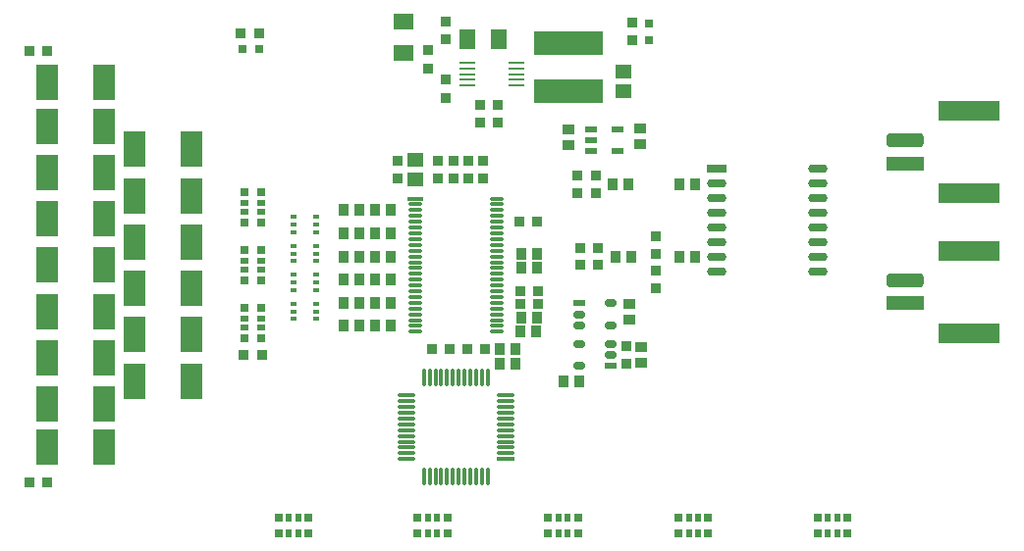
<source format=gtp>
G04*
G04 #@! TF.GenerationSoftware,Altium Limited,Altium Designer,19.1.8 (144)*
G04*
G04 Layer_Color=8421504*
%FSLAX25Y25*%
%MOIN*%
G70*
G01*
G75*
%ADD17R,0.03543X0.03937*%
%ADD18R,0.03347X0.03347*%
%ADD19R,0.03347X0.03347*%
%ADD20R,0.05512X0.04528*%
%ADD21R,0.20866X0.06693*%
G04:AMPARAMS|DCode=22|XSize=47.24mil|YSize=125.98mil|CornerRadius=11.81mil|HoleSize=0mil|Usage=FLASHONLY|Rotation=90.000|XOffset=0mil|YOffset=0mil|HoleType=Round|Shape=RoundedRectangle|*
%AMROUNDEDRECTD22*
21,1,0.04724,0.10236,0,0,90.0*
21,1,0.02362,0.12598,0,0,90.0*
1,1,0.02362,0.05118,0.01181*
1,1,0.02362,0.05118,-0.01181*
1,1,0.02362,-0.05118,-0.01181*
1,1,0.02362,-0.05118,0.01181*
%
%ADD22ROUNDEDRECTD22*%
%ADD23R,0.12598X0.04724*%
%ADD24O,0.01181X0.06102*%
%ADD25O,0.06102X0.01181*%
%ADD26R,0.06102X0.01181*%
%ADD27R,0.02520X0.02756*%
%ADD28R,0.01968X0.02756*%
%ADD29R,0.07717X0.12402*%
%ADD30R,0.02756X0.02520*%
%ADD31R,0.02756X0.01968*%
%ADD32R,0.03937X0.03543*%
%ADD33R,0.02362X0.01654*%
%ADD34R,0.07087X0.05512*%
%ADD35R,0.04134X0.02362*%
%ADD36R,0.03937X0.02362*%
G04:AMPARAMS|DCode=37|XSize=23.62mil|YSize=39.37mil|CornerRadius=5.91mil|HoleSize=0mil|Usage=FLASHONLY|Rotation=270.000|XOffset=0mil|YOffset=0mil|HoleType=Round|Shape=RoundedRectangle|*
%AMROUNDEDRECTD37*
21,1,0.02362,0.02756,0,0,270.0*
21,1,0.01181,0.03937,0,0,270.0*
1,1,0.01181,-0.01378,-0.00591*
1,1,0.01181,-0.01378,0.00591*
1,1,0.01181,0.01378,0.00591*
1,1,0.01181,0.01378,-0.00591*
%
%ADD37ROUNDEDRECTD37*%
%ADD38R,0.23622X0.08268*%
%ADD39R,0.05512X0.01102*%
%ADD40R,0.05512X0.07087*%
%ADD41O,0.06693X0.02992*%
%ADD42R,0.06693X0.02992*%
%ADD43R,0.03150X0.03150*%
%ADD44R,0.03150X0.03150*%
%ADD45O,0.05315X0.01181*%
%ADD46R,0.05315X0.01181*%
D17*
X250197Y165354D02*
D03*
X255512D02*
D03*
X233425Y98425D02*
D03*
X238740D02*
D03*
X217224Y104331D02*
D03*
X211910D02*
D03*
X217224Y109252D02*
D03*
X211910D02*
D03*
X219094Y141732D02*
D03*
X224410D02*
D03*
X164075Y117126D02*
D03*
X158760D02*
D03*
X219094Y136811D02*
D03*
X224410D02*
D03*
X224114Y115157D02*
D03*
X218799D02*
D03*
X158760Y148622D02*
D03*
X164075D02*
D03*
X158760Y156496D02*
D03*
X164075D02*
D03*
X278248Y140512D02*
D03*
X272933D02*
D03*
X278248Y165354D02*
D03*
X272933D02*
D03*
X169587Y140748D02*
D03*
X174902D02*
D03*
X164075Y125000D02*
D03*
X158760D02*
D03*
X169587Y148622D02*
D03*
X174902D02*
D03*
X169587Y156496D02*
D03*
X174902D02*
D03*
X169587Y125000D02*
D03*
X174902D02*
D03*
X164075Y140748D02*
D03*
X158760D02*
D03*
X169587Y132874D02*
D03*
X174902D02*
D03*
X169587Y117126D02*
D03*
X174902D02*
D03*
X164075Y132874D02*
D03*
X158760D02*
D03*
X219200Y120088D02*
D03*
X224515D02*
D03*
X250984Y140748D02*
D03*
X256299D02*
D03*
D18*
X224606Y152559D02*
D03*
X218504D02*
D03*
X200787Y109252D02*
D03*
X206890D02*
D03*
X194882D02*
D03*
X188779D02*
D03*
X123917Y216535D02*
D03*
X130020D02*
D03*
X218799Y128898D02*
D03*
X224902D02*
D03*
X124902Y107283D02*
D03*
X131004D02*
D03*
X58169Y210630D02*
D03*
X52067D02*
D03*
X58169Y63976D02*
D03*
X52067D02*
D03*
X218807Y124601D02*
D03*
X224909D02*
D03*
X238976Y137795D02*
D03*
X245079D02*
D03*
Y143701D02*
D03*
X238976D02*
D03*
X244291Y168307D02*
D03*
X238189D02*
D03*
Y162402D02*
D03*
X244291D02*
D03*
D19*
X264764Y147736D02*
D03*
Y141634D02*
D03*
X254921Y110335D02*
D03*
Y104232D02*
D03*
X190945Y173425D02*
D03*
Y167323D02*
D03*
X196132D02*
D03*
Y173425D02*
D03*
X201053Y167323D02*
D03*
Y173425D02*
D03*
X256791Y220235D02*
D03*
Y214133D02*
D03*
X177165Y173327D02*
D03*
Y167224D02*
D03*
X205974Y167323D02*
D03*
Y173425D02*
D03*
X187432Y204724D02*
D03*
Y210827D02*
D03*
X193337Y200787D02*
D03*
Y194685D02*
D03*
X211053Y192323D02*
D03*
Y186221D02*
D03*
X205148Y192323D02*
D03*
Y186221D02*
D03*
X193337Y214567D02*
D03*
Y220669D02*
D03*
X264764Y129921D02*
D03*
Y136024D02*
D03*
D20*
X183071Y166831D02*
D03*
Y173721D02*
D03*
X253937Y203700D02*
D03*
Y196810D02*
D03*
D21*
X371063Y142717D02*
D03*
Y114764D02*
D03*
Y162402D02*
D03*
Y190354D02*
D03*
D22*
X349488Y132677D02*
D03*
Y180315D02*
D03*
D23*
Y124803D02*
D03*
Y172441D02*
D03*
D24*
X207677Y65847D02*
D03*
X205709D02*
D03*
X203740D02*
D03*
X201772D02*
D03*
X199803D02*
D03*
X197835D02*
D03*
X195866D02*
D03*
X193898D02*
D03*
X191929D02*
D03*
X189961D02*
D03*
X187992D02*
D03*
X186024D02*
D03*
Y99508D02*
D03*
X187992D02*
D03*
X189961D02*
D03*
X191929D02*
D03*
X193898D02*
D03*
X195866D02*
D03*
X197835D02*
D03*
X199803D02*
D03*
X201772D02*
D03*
X203740D02*
D03*
X205709D02*
D03*
X207677D02*
D03*
D25*
X180020Y71850D02*
D03*
Y73819D02*
D03*
Y75787D02*
D03*
Y77756D02*
D03*
Y79724D02*
D03*
Y81693D02*
D03*
Y83661D02*
D03*
Y85630D02*
D03*
Y87598D02*
D03*
Y89567D02*
D03*
Y91535D02*
D03*
Y93504D02*
D03*
X213681D02*
D03*
Y91535D02*
D03*
Y89567D02*
D03*
Y87598D02*
D03*
Y85630D02*
D03*
Y83661D02*
D03*
Y81693D02*
D03*
Y79724D02*
D03*
Y77756D02*
D03*
Y75787D02*
D03*
Y73819D02*
D03*
D26*
Y71850D02*
D03*
D27*
X319764Y46457D02*
D03*
X329842D02*
D03*
X319764Y51968D02*
D03*
X329842D02*
D03*
X272520Y46457D02*
D03*
X282598D02*
D03*
X272520Y51968D02*
D03*
X282598D02*
D03*
X136693Y46457D02*
D03*
X146772D02*
D03*
X136693Y51968D02*
D03*
X146772D02*
D03*
X183937Y46457D02*
D03*
X194016D02*
D03*
X183937Y51968D02*
D03*
X194016D02*
D03*
X228228Y46457D02*
D03*
X238307Y46457D02*
D03*
X228228Y51968D02*
D03*
X238307Y51968D02*
D03*
D28*
X323228Y46457D02*
D03*
X326378D02*
D03*
X323228Y51968D02*
D03*
X326378D02*
D03*
X275984Y46457D02*
D03*
X279134D02*
D03*
X275984Y51968D02*
D03*
X279134D02*
D03*
X140157Y46457D02*
D03*
X143307D02*
D03*
X140157Y51968D02*
D03*
X143307D02*
D03*
X187402Y46457D02*
D03*
X190551D02*
D03*
X187402Y51968D02*
D03*
X190551D02*
D03*
X231693Y46457D02*
D03*
X234842D02*
D03*
X231693Y51968D02*
D03*
X234842D02*
D03*
D29*
X77559Y199803D02*
D03*
X58268D02*
D03*
X58268Y90551D02*
D03*
X77559D02*
D03*
X58268Y106299D02*
D03*
X77559D02*
D03*
X107087Y98425D02*
D03*
X87795D02*
D03*
X107087Y114173D02*
D03*
X87795D02*
D03*
X58268Y122047D02*
D03*
X77559D02*
D03*
X107087Y129921D02*
D03*
X87795D02*
D03*
X58268Y137795D02*
D03*
X77559D02*
D03*
X107087Y145669D02*
D03*
X87795D02*
D03*
X58268Y153543D02*
D03*
X77559D02*
D03*
X107087Y161417D02*
D03*
X87795D02*
D03*
X58268Y169291D02*
D03*
X77559D02*
D03*
X107087Y177165D02*
D03*
X87795D02*
D03*
X58268Y185039D02*
D03*
X77559D02*
D03*
X58268Y75787D02*
D03*
X77559D02*
D03*
D30*
X125197Y142835D02*
D03*
Y132756D02*
D03*
X130709Y142835D02*
D03*
Y132756D02*
D03*
X125197Y123150D02*
D03*
Y113071D02*
D03*
X130709Y123150D02*
D03*
Y113071D02*
D03*
X125197Y162520D02*
D03*
Y152441D02*
D03*
X130709Y162520D02*
D03*
Y152441D02*
D03*
D31*
X125197Y139370D02*
D03*
Y136221D02*
D03*
X130709Y139370D02*
D03*
Y136221D02*
D03*
X125197Y119685D02*
D03*
Y116535D02*
D03*
X130709Y119685D02*
D03*
Y116535D02*
D03*
X125197Y159055D02*
D03*
Y155905D02*
D03*
X130709Y159055D02*
D03*
Y155905D02*
D03*
D32*
X259842Y104626D02*
D03*
Y109941D02*
D03*
X259469Y184188D02*
D03*
Y178873D02*
D03*
X235236Y178740D02*
D03*
Y184055D02*
D03*
X255906Y124705D02*
D03*
Y119390D02*
D03*
D33*
X141929Y124606D02*
D03*
Y122047D02*
D03*
Y119488D02*
D03*
X149409D02*
D03*
Y122047D02*
D03*
Y124606D02*
D03*
X141929Y134449D02*
D03*
Y131890D02*
D03*
Y129331D02*
D03*
X149409D02*
D03*
Y131890D02*
D03*
Y134449D02*
D03*
X141929Y144291D02*
D03*
Y141732D02*
D03*
Y139173D02*
D03*
X149409D02*
D03*
Y141732D02*
D03*
Y144291D02*
D03*
X141929Y154134D02*
D03*
Y151575D02*
D03*
Y149016D02*
D03*
X149409D02*
D03*
Y151575D02*
D03*
Y154134D02*
D03*
D34*
X179134Y209941D02*
D03*
Y220768D02*
D03*
D35*
X242717Y184055D02*
D03*
Y180315D02*
D03*
Y176575D02*
D03*
X251772D02*
D03*
Y184055D02*
D03*
D36*
X249508Y103543D02*
D03*
X238681Y124803D02*
D03*
D37*
X249508Y107283D02*
D03*
Y111024D02*
D03*
X238681D02*
D03*
Y103543D02*
D03*
X238681Y121063D02*
D03*
Y117323D02*
D03*
X249508D02*
D03*
Y124803D02*
D03*
D38*
X235236Y196810D02*
D03*
Y213346D02*
D03*
D39*
X217510Y198819D02*
D03*
Y200787D02*
D03*
Y202756D02*
D03*
Y204724D02*
D03*
Y206693D02*
D03*
X200660Y198819D02*
D03*
Y200787D02*
D03*
Y202756D02*
D03*
Y204724D02*
D03*
Y206693D02*
D03*
D40*
X211487Y214567D02*
D03*
X200660D02*
D03*
D41*
X319882Y140512D02*
D03*
Y150512D02*
D03*
Y155512D02*
D03*
Y160512D02*
D03*
Y165512D02*
D03*
Y170512D02*
D03*
X285433Y135512D02*
D03*
Y140512D02*
D03*
Y145512D02*
D03*
Y150512D02*
D03*
Y155512D02*
D03*
Y165512D02*
D03*
Y160512D02*
D03*
X319882Y135512D02*
D03*
Y145512D02*
D03*
D42*
X285433Y170512D02*
D03*
D43*
X262500Y214133D02*
D03*
Y220038D02*
D03*
D44*
X130217Y211378D02*
D03*
X124311D02*
D03*
D45*
X210630Y115157D02*
D03*
Y117126D02*
D03*
Y119095D02*
D03*
Y121063D02*
D03*
Y123031D02*
D03*
Y125000D02*
D03*
Y126969D02*
D03*
Y128937D02*
D03*
Y130905D02*
D03*
Y132874D02*
D03*
Y134843D02*
D03*
Y136811D02*
D03*
Y138779D02*
D03*
Y140748D02*
D03*
Y142717D02*
D03*
Y144685D02*
D03*
Y146653D02*
D03*
Y148622D02*
D03*
Y150591D02*
D03*
Y152559D02*
D03*
Y154528D02*
D03*
Y156496D02*
D03*
Y158465D02*
D03*
Y160433D02*
D03*
X183071Y115157D02*
D03*
Y117126D02*
D03*
Y119095D02*
D03*
Y121063D02*
D03*
Y123031D02*
D03*
Y125000D02*
D03*
Y126969D02*
D03*
Y128937D02*
D03*
Y130905D02*
D03*
Y132874D02*
D03*
Y134843D02*
D03*
Y136811D02*
D03*
Y138779D02*
D03*
Y140748D02*
D03*
Y142717D02*
D03*
Y144685D02*
D03*
Y146653D02*
D03*
Y148622D02*
D03*
Y150591D02*
D03*
Y152559D02*
D03*
Y154528D02*
D03*
Y156496D02*
D03*
Y158465D02*
D03*
D46*
Y160433D02*
D03*
M02*

</source>
